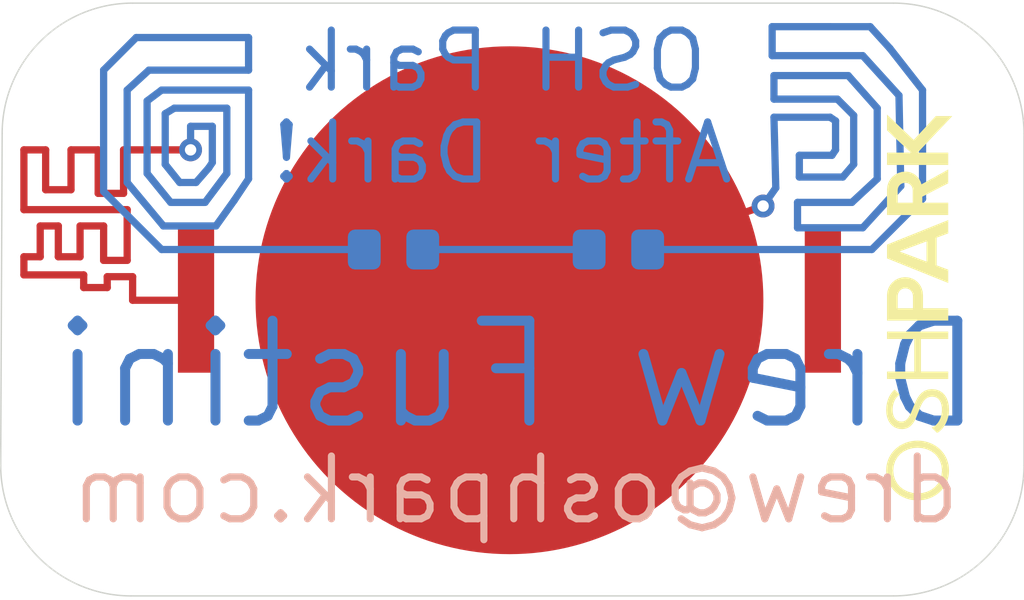
<source format=kicad_pcb>
(kicad_pcb (version 20171130) (host pcbnew 5.1.5-52549c5~84~ubuntu19.04.1)

  (general
    (thickness 1.6)
    (drawings 13)
    (tracks 99)
    (zones 0)
    (modules 5)
    (nets 1)
  )

  (page A4)
  (layers
    (0 F.Cu signal)
    (31 B.Cu signal)
    (32 B.Adhes user)
    (33 F.Adhes user)
    (34 B.Paste user)
    (35 F.Paste user)
    (36 B.SilkS user)
    (37 F.SilkS user)
    (38 B.Mask user)
    (39 F.Mask user)
    (40 Dwgs.User user)
    (41 Cmts.User user)
    (42 Eco1.User user)
    (43 Eco2.User user)
    (44 Edge.Cuts user)
    (45 Margin user)
    (46 B.CrtYd user)
    (47 F.CrtYd user)
    (48 B.Fab user)
    (49 F.Fab user)
  )

  (setup
    (last_trace_width 0.25)
    (trace_clearance 0.2)
    (zone_clearance 0.508)
    (zone_45_only no)
    (trace_min 0.1524)
    (via_size 0.8)
    (via_drill 0.4)
    (via_min_size 0.4)
    (via_min_drill 0.3)
    (uvia_size 0.3)
    (uvia_drill 0.1)
    (uvias_allowed no)
    (uvia_min_size 0.2)
    (uvia_min_drill 0.1)
    (edge_width 0.05)
    (segment_width 0.2)
    (pcb_text_width 0.3)
    (pcb_text_size 1.5 1.5)
    (mod_edge_width 0.12)
    (mod_text_size 1 1)
    (mod_text_width 0.15)
    (pad_size 2.54 2.54)
    (pad_drill 0)
    (pad_to_mask_clearance 0.051)
    (solder_mask_min_width 0.25)
    (aux_axis_origin 0 0)
    (visible_elements FFFFEF7F)
    (pcbplotparams
      (layerselection 0x010fc_ffffffff)
      (usegerberextensions false)
      (usegerberattributes false)
      (usegerberadvancedattributes false)
      (creategerberjobfile false)
      (excludeedgelayer true)
      (linewidth 0.100000)
      (plotframeref false)
      (viasonmask false)
      (mode 1)
      (useauxorigin false)
      (hpglpennumber 1)
      (hpglpenspeed 20)
      (hpglpendiameter 15.000000)
      (psnegative false)
      (psa4output false)
      (plotreference true)
      (plotvalue true)
      (plotinvisibletext false)
      (padsonsilk false)
      (subtractmaskfromsilk false)
      (outputformat 1)
      (mirror false)
      (drillshape 1)
      (scaleselection 1)
      (outputdirectory ""))
  )

  (net 0 "")

  (net_class Default "This is the default net class."
    (clearance 0.2)
    (trace_width 0.25)
    (via_dia 0.8)
    (via_drill 0.4)
    (uvia_dia 0.3)
    (uvia_drill 0.1)
  )

  (module Symbol:OSHW-Logo2_9.8x8mm_Copper (layer F.Cu) (tedit 5E10D230) (tstamp 5E112C5B)
    (at 131.572 79.502)
    (descr "Open Source Hardware Symbol")
    (tags "Logo Symbol OSHW")
    (attr virtual)
    (fp_text reference REF** (at 0 0) (layer F.SilkS) hide
      (effects (font (size 1 1) (thickness 0.15)))
    )
    (fp_text value OSHW-Logo2_9.8x8mm_Copper (at 0.75 0) (layer F.Fab) hide
      (effects (font (size 1 1) (thickness 0.15)))
    )
    (fp_poly (pts (xy 0.139878 -3.712224) (xy 0.245612 -3.711645) (xy 0.322132 -3.710078) (xy 0.374372 -3.707028)
      (xy 0.407263 -3.702004) (xy 0.425737 -3.694511) (xy 0.434727 -3.684056) (xy 0.439163 -3.670147)
      (xy 0.439594 -3.668346) (xy 0.446333 -3.635855) (xy 0.458808 -3.571748) (xy 0.475719 -3.482849)
      (xy 0.495771 -3.375981) (xy 0.517664 -3.257967) (xy 0.518429 -3.253822) (xy 0.540359 -3.138169)
      (xy 0.560877 -3.035986) (xy 0.578659 -2.953402) (xy 0.592381 -2.896544) (xy 0.600718 -2.871542)
      (xy 0.601116 -2.871099) (xy 0.625677 -2.85889) (xy 0.676315 -2.838544) (xy 0.742095 -2.814455)
      (xy 0.742461 -2.814326) (xy 0.825317 -2.783182) (xy 0.923 -2.743509) (xy 1.015077 -2.703619)
      (xy 1.019434 -2.701647) (xy 1.169407 -2.63358) (xy 1.501498 -2.860361) (xy 1.603374 -2.929496)
      (xy 1.695657 -2.991303) (xy 1.773003 -3.042267) (xy 1.830064 -3.078873) (xy 1.861495 -3.097606)
      (xy 1.864479 -3.098996) (xy 1.887321 -3.09281) (xy 1.929982 -3.062965) (xy 1.994128 -3.008053)
      (xy 2.081421 -2.926666) (xy 2.170535 -2.840078) (xy 2.256441 -2.754753) (xy 2.333327 -2.676892)
      (xy 2.396564 -2.611303) (xy 2.441523 -2.562795) (xy 2.463576 -2.536175) (xy 2.464396 -2.534805)
      (xy 2.466834 -2.516537) (xy 2.45765 -2.486705) (xy 2.434574 -2.441279) (xy 2.395337 -2.37623)
      (xy 2.33767 -2.28753) (xy 2.260795 -2.173343) (xy 2.19257 -2.072838) (xy 2.131582 -1.982697)
      (xy 2.081356 -1.908151) (xy 2.045416 -1.854435) (xy 2.027287 -1.826782) (xy 2.026146 -1.824905)
      (xy 2.028359 -1.79841) (xy 2.045138 -1.746914) (xy 2.073142 -1.680149) (xy 2.083122 -1.658828)
      (xy 2.126672 -1.563841) (xy 2.173134 -1.456063) (xy 2.210877 -1.362808) (xy 2.238073 -1.293594)
      (xy 2.259675 -1.240994) (xy 2.272158 -1.213503) (xy 2.273709 -1.211384) (xy 2.296668 -1.207876)
      (xy 2.350786 -1.198262) (xy 2.428868 -1.183911) (xy 2.523719 -1.166193) (xy 2.628143 -1.146475)
      (xy 2.734944 -1.126126) (xy 2.836926 -1.106514) (xy 2.926894 -1.089009) (xy 2.997653 -1.074978)
      (xy 3.042006 -1.065791) (xy 3.052885 -1.063193) (xy 3.064122 -1.056782) (xy 3.072605 -1.042303)
      (xy 3.078714 -1.014867) (xy 3.082832 -0.969589) (xy 3.085341 -0.90158) (xy 3.086621 -0.805953)
      (xy 3.087054 -0.67782) (xy 3.087077 -0.625299) (xy 3.087077 -0.198155) (xy 2.9845 -0.177909)
      (xy 2.927431 -0.16693) (xy 2.842269 -0.150905) (xy 2.739372 -0.131767) (xy 2.629096 -0.111449)
      (xy 2.598615 -0.105868) (xy 2.496855 -0.086083) (xy 2.408205 -0.066627) (xy 2.340108 -0.049303)
      (xy 2.300004 -0.035912) (xy 2.293323 -0.031921) (xy 2.276919 -0.003658) (xy 2.253399 0.051109)
      (xy 2.227316 0.121588) (xy 2.222142 0.136769) (xy 2.187956 0.230896) (xy 2.145523 0.337101)
      (xy 2.103997 0.432473) (xy 2.103792 0.432916) (xy 2.03464 0.582525) (xy 2.489512 1.251617)
      (xy 2.1975 1.544116) (xy 2.10918 1.63117) (xy 2.028625 1.707909) (xy 1.96036 1.770237)
      (xy 1.908908 1.814056) (xy 1.878794 1.83527) (xy 1.874474 1.836616) (xy 1.849111 1.826016)
      (xy 1.797358 1.796547) (xy 1.724868 1.751705) (xy 1.637294 1.694984) (xy 1.542612 1.631462)
      (xy 1.446516 1.566668) (xy 1.360837 1.510287) (xy 1.291016 1.465788) (xy 1.242494 1.436639)
      (xy 1.220782 1.426308) (xy 1.194293 1.43505) (xy 1.144062 1.458087) (xy 1.080451 1.490631)
      (xy 1.073708 1.494249) (xy 0.988046 1.53721) (xy 0.929306 1.558279) (xy 0.892772 1.558503)
      (xy 0.873731 1.538928) (xy 0.87362 1.538654) (xy 0.864102 1.515472) (xy 0.841403 1.460441)
      (xy 0.807282 1.377822) (xy 0.7635 1.271872) (xy 0.711816 1.146852) (xy 0.653992 1.00702)
      (xy 0.597991 0.871637) (xy 0.536447 0.722234) (xy 0.479939 0.583832) (xy 0.430161 0.460673)
      (xy 0.388806 0.357002) (xy 0.357568 0.277059) (xy 0.338141 0.225088) (xy 0.332154 0.205692)
      (xy 0.347168 0.183443) (xy 0.386439 0.147982) (xy 0.438807 0.108887) (xy 0.587941 -0.014755)
      (xy 0.704511 -0.156478) (xy 0.787118 -0.313296) (xy 0.834366 -0.482225) (xy 0.844857 -0.660278)
      (xy 0.837231 -0.742461) (xy 0.795682 -0.912969) (xy 0.724123 -1.063541) (xy 0.626995 -1.192691)
      (xy 0.508734 -1.298936) (xy 0.37378 -1.38079) (xy 0.226571 -1.436768) (xy 0.071544 -1.465385)
      (xy -0.086861 -1.465156) (xy -0.244206 -1.434595) (xy -0.396054 -1.372218) (xy -0.537965 -1.27654)
      (xy -0.597197 -1.222428) (xy -0.710797 -1.08348) (xy -0.789894 -0.931639) (xy -0.835014 -0.771333)
      (xy -0.846684 -0.606988) (xy -0.825431 -0.443029) (xy -0.77178 -0.283882) (xy -0.68626 -0.133975)
      (xy -0.569395 0.002267) (xy -0.438807 0.108887) (xy -0.384412 0.149642) (xy -0.345986 0.184718)
      (xy -0.332154 0.205726) (xy -0.339397 0.228635) (xy -0.359995 0.283365) (xy -0.392254 0.365672)
      (xy -0.434479 0.471315) (xy -0.484977 0.59605) (xy -0.542052 0.735636) (xy -0.598146 0.87167)
      (xy -0.660033 1.021201) (xy -0.717356 1.159767) (xy -0.768356 1.283107) (xy -0.811273 1.386964)
      (xy -0.844347 1.46708) (xy -0.865819 1.519195) (xy -0.873775 1.538654) (xy -0.892571 1.558423)
      (xy -0.928926 1.558365) (xy -0.987521 1.537441) (xy -1.073032 1.494613) (xy -1.073708 1.494249)
      (xy -1.138093 1.461012) (xy -1.190139 1.436802) (xy -1.219488 1.426404) (xy -1.220783 1.426308)
      (xy -1.242876 1.436855) (xy -1.291652 1.466184) (xy -1.361669 1.510827) (xy -1.447486 1.567314)
      (xy -1.542612 1.631462) (xy -1.63946 1.696411) (xy -1.726747 1.752896) (xy -1.798819 1.797421)
      (xy -1.850023 1.82649) (xy -1.874474 1.836616) (xy -1.89699 1.823307) (xy -1.942258 1.786112)
      (xy -2.005756 1.729128) (xy -2.082961 1.656449) (xy -2.169349 1.572171) (xy -2.197601 1.544016)
      (xy -2.489713 1.251416) (xy -2.267369 0.925104) (xy -2.199798 0.824897) (xy -2.140493 0.734963)
      (xy -2.092783 0.66051) (xy -2.059993 0.606751) (xy -2.045452 0.578894) (xy -2.045026 0.576912)
      (xy -2.052692 0.550655) (xy -2.073311 0.497837) (xy -2.103315 0.42731) (xy -2.124375 0.380093)
      (xy -2.163752 0.289694) (xy -2.200835 0.198366) (xy -2.229585 0.1212) (xy -2.237395 0.097692)
      (xy -2.259583 0.034916) (xy -2.281273 -0.013589) (xy -2.293187 -0.031921) (xy -2.319477 -0.043141)
      (xy -2.376858 -0.059046) (xy -2.457882 -0.077833) (xy -2.555105 -0.097701) (xy -2.598615 -0.105868)
      (xy -2.709104 -0.126171) (xy -2.815084 -0.14583) (xy -2.906199 -0.162912) (xy -2.972092 -0.175482)
      (xy -2.9845 -0.177909) (xy -3.087077 -0.198155) (xy -3.087077 -0.625299) (xy -3.086847 -0.765754)
      (xy -3.085901 -0.872021) (xy -3.083859 -0.948987) (xy -3.080338 -1.00154) (xy -3.074957 -1.034567)
      (xy -3.067334 -1.052955) (xy -3.057088 -1.061592) (xy -3.052885 -1.063193) (xy -3.02753 -1.068873)
      (xy -2.971516 -1.080205) (xy -2.892036 -1.095821) (xy -2.796288 -1.114353) (xy -2.691467 -1.134431)
      (xy -2.584768 -1.154688) (xy -2.483387 -1.173754) (xy -2.394521 -1.190261) (xy -2.325363 -1.202841)
      (xy -2.283111 -1.210125) (xy -2.27371 -1.211384) (xy -2.265193 -1.228237) (xy -2.24634 -1.27313)
      (xy -2.220676 -1.33757) (xy -2.210877 -1.362808) (xy -2.171352 -1.460314) (xy -2.124808 -1.568041)
      (xy -2.083123 -1.658828) (xy -2.05245 -1.728247) (xy -2.032044 -1.78529) (xy -2.025232 -1.820223)
      (xy -2.026318 -1.824905) (xy -2.040715 -1.847009) (xy -2.073588 -1.896169) (xy -2.12141 -1.967152)
      (xy -2.180652 -2.054722) (xy -2.247785 -2.153643) (xy -2.261059 -2.17317) (xy -2.338954 -2.28886)
      (xy -2.396213 -2.376956) (xy -2.435119 -2.441514) (xy -2.457956 -2.486589) (xy -2.467006 -2.516237)
      (xy -2.464552 -2.534515) (xy -2.464489 -2.534631) (xy -2.445173 -2.558639) (xy -2.402449 -2.605053)
      (xy -2.340949 -2.669063) (xy -2.265302 -2.745855) (xy -2.180139 -2.830618) (xy -2.170535 -2.840078)
      (xy -2.06321 -2.944011) (xy -1.980385 -3.020325) (xy -1.920395 -3.070429) (xy -1.881577 -3.09573)
      (xy -1.86448 -3.098996) (xy -1.839527 -3.08475) (xy -1.787745 -3.051844) (xy -1.71448 -3.003792)
      (xy -1.62508 -2.94411) (xy -1.524889 -2.876312) (xy -1.501499 -2.860361) (xy -1.169407 -2.63358)
      (xy -1.019435 -2.701647) (xy -0.92823 -2.741315) (xy -0.830331 -2.781209) (xy -0.746169 -2.813017)
      (xy -0.742462 -2.814326) (xy -0.676631 -2.838424) (xy -0.625884 -2.8588) (xy -0.601158 -2.871064)
      (xy -0.601116 -2.871099) (xy -0.593271 -2.893266) (xy -0.579934 -2.947783) (xy -0.56243 -3.02852)
      (xy -0.542083 -3.12935) (xy -0.520218 -3.244144) (xy -0.518429 -3.253822) (xy -0.496496 -3.372096)
      (xy -0.47636 -3.479458) (xy -0.45932 -3.569083) (xy -0.446672 -3.634149) (xy -0.439716 -3.667832)
      (xy -0.439594 -3.668346) (xy -0.435361 -3.682675) (xy -0.427129 -3.693493) (xy -0.409967 -3.701294)
      (xy -0.378942 -3.706571) (xy -0.329122 -3.709818) (xy -0.255576 -3.711528) (xy -0.153371 -3.712193)
      (xy -0.017575 -3.712307) (xy 0 -3.712308) (xy 0.139878 -3.712224)) (layer F.Mask) (width 0.01))
  )

  (module afterdark:OSH_small_silk_no_logo (layer F.Cu) (tedit 5E10D07D) (tstamp 5E1142F3)
    (at 151.638 72.39 90)
    (descr "Imported from OSHPARK.svg")
    (tags svg2mod)
    (attr smd)
    (fp_text reference OSH_small (at 0 -11.457835 90) (layer F.Cu) hide
      (effects (font (size 1.524 1.524) (thickness 0.3048)))
    )
    (fp_text value G*** (at 0 11.457835 90) (layer F.Cu) hide
      (effects (font (size 1.524 1.524) (thickness 0.3048)))
    )
    (fp_poly (pts (xy 6.76111 6.120635) (xy 6.20884 6.120635) (xy 5.42765 6.959055) (xy 5.42765 6.120635)
      (xy 4.99557 6.120635) (xy 4.99557 8.266755) (xy 5.42765 8.266755) (xy 5.42765 7.193695)
      (xy 6.7096 8.409835) (xy 6.7096 7.831805) (xy 5.87118 7.056345) (xy 6.76111 6.120635)) (layer F.SilkS) (width 0))
    (fp_poly (pts (xy 4.31659 7.328185) (xy 4.11009 7.022185) (xy 3.67228 7.022185) (xy 3.67228 6.495675)
      (xy 4.11009 6.495675) (xy 4.16319 6.500675) (xy 4.21239 6.515675) (xy 4.25669 6.539575)
      (xy 4.29509 6.571375) (xy 4.32669 6.610075) (xy 4.35039 6.654875) (xy 4.36539 6.704775)
      (xy 4.37039 6.758775) (xy 4.36539 6.812775) (xy 4.35069 6.862675) (xy 4.32729 6.907475)
      (xy 4.29609 6.946175) (xy 4.25789 6.977975) (xy 4.21359 7.001875) (xy 4.16399 7.016875)
      (xy 4.11009 7.021875) (xy 4.11009 7.022185) (xy 4.31659 7.328185) (xy 4.41049 7.296585)
      (xy 4.49619 7.251785) (xy 4.57229 7.194785) (xy 4.63749 7.126585) (xy 4.69049 7.048185)
      (xy 4.72989 6.960585) (xy 4.75449 6.864785) (xy 4.76249 6.761805) (xy 4.74979 6.631575)
      (xy 4.71319 6.510755) (xy 4.65509 6.401815) (xy 4.57799 6.307215) (xy 4.48419 6.229415)
      (xy 4.37621 6.170715) (xy 4.25643 6.133715) (xy 4.12726 6.120815) (xy 3.2402 6.120815)
      (xy 3.2402 8.266935) (xy 3.67228 8.266935) (xy 3.67228 7.356985) (xy 3.88403 7.356985)
      (xy 4.35332 8.266935) (xy 4.83691 8.266935) (xy 4.31612 7.328365) (xy 4.31659 7.328185)) (layer F.SilkS) (width 0))
    (fp_poly (pts (xy 2.59844 8.266755) (xy 1.96319 6.558445) (xy 2.31515 7.505595) (xy 1.60836 7.505595)
      (xy 1.96319 6.558445) (xy 2.59844 8.266755) (xy 3.06487 8.266755) (xy 2.20355 6.120635)
      (xy 1.71996 6.120635) (xy 0.85865 8.266755) (xy 1.32508 8.266755) (xy 1.47674 7.860425)
      (xy 2.44678 7.860425) (xy 2.59844 8.266755)) (layer F.SilkS) (width 0))
    (fp_poly (pts (xy 0.42791 6.120635) (xy -0.02711 6.495535) (xy 0.38781 6.495535) (xy 0.44521 6.500535)
      (xy 0.49851 6.515035) (xy 0.54661 6.538335) (xy 0.58851 6.569635) (xy 0.62301 6.608335)
      (xy 0.64901 6.653735) (xy 0.66541 6.705135) (xy 0.67141 6.761735) (xy 0.66541 6.820135)
      (xy 0.64901 6.872535) (xy 0.62301 6.918535) (xy 0.58851 6.957435) (xy 0.54661 6.988635)
      (xy 0.49851 7.011635) (xy 0.44521 7.025835) (xy 0.38781 7.030835) (xy 0.38781 7.030635)
      (xy -0.02711 7.030635) (xy -0.02711 6.495535) (xy 0.42791 6.120635) (xy -0.45915 6.120635)
      (xy -0.45915 8.266755) (xy -0.02707 8.266755) (xy -0.02707 7.382555) (xy 0.42791 7.382555)
      (xy 0.5579 7.370355) (xy 0.67807 7.335055) (xy 0.78609 7.278855) (xy 0.87969 7.203855)
      (xy 0.95649 7.112155) (xy 1.01419 7.006005) (xy 1.05049 6.887525) (xy 1.06309 6.758845)
      (xy 1.05049 6.630375) (xy 1.01419 6.510655) (xy 0.95649 6.402275) (xy 0.87969 6.307775)
      (xy 0.78609 6.229775) (xy 0.67807 6.170875) (xy 0.5579 6.133675) (xy 0.42791 6.120675)
      (xy 0.42791 6.120635)) (layer F.SilkS) (width 0))
    (fp_poly (pts (xy -1.10433 6.120635) (xy -1.10433 7.076375) (xy -2.24607 7.076375) (xy -2.24607 6.120635)
      (xy -2.50646 6.120635) (xy -2.50646 8.266755) (xy -2.24607 8.266755) (xy -2.24607 7.311015)
      (xy -1.10433 7.311015) (xy -1.10433 8.266755) (xy -0.84394 8.266755) (xy -0.84394 6.120635)
      (xy -1.10433 6.120635)) (layer F.SilkS) (width 0))
    (fp_poly (pts (xy -3.5907 8.295375) (xy -3.44187 8.286375) (xy -3.30406 8.258975) (xy -3.18001 8.212975)
      (xy -3.07241 8.147975) (xy -2.98401 8.063675) (xy -2.91751 7.959725) (xy -2.87561 7.835805)
      (xy -2.86101 7.691555) (xy -2.87691 7.552235) (xy -2.92141 7.434915) (xy -2.98981 7.336615)
      (xy -3.07751 7.254415) (xy -3.17982 7.185415) (xy -3.29208 7.126615) (xy -3.52784 7.027715)
      (xy -3.70664 6.955515) (xy -3.85727 6.872815) (xy -3.91627 6.823915) (xy -3.96127 6.768115)
      (xy -3.98997 6.703915) (xy -4.00007 6.629915) (xy -3.99207 6.554915) (xy -3.96807 6.490615)
      (xy -3.93017 6.436915) (xy -3.88027 6.393515) (xy -3.82017 6.360115) (xy -3.75177 6.336615)
      (xy -3.67677 6.322615) (xy -3.59697 6.317615) (xy -3.50107 6.322615) (xy -3.41297 6.336315)
      (xy -3.33277 6.358215) (xy -3.26037 6.387715) (xy -3.19597 6.424015) (xy -3.13947 6.466415)
      (xy -3.05047 6.566885) (xy -2.87592 6.389475) (xy -2.93462 6.327375) (xy -3.00322 6.270575)
      (xy -3.08132 6.219875) (xy -3.16862 6.176275) (xy -3.26472 6.140775) (xy -3.36936 6.114275)
      (xy -3.48217 6.097675) (xy -3.60284 6.091675) (xy -3.73476 6.100675) (xy -3.85823 6.127675)
      (xy -3.97043 6.172275) (xy -4.06853 6.234275) (xy -4.14973 6.313275) (xy -4.21123 6.408975)
      (xy -4.25023 6.521165) (xy -4.26383 6.649475) (xy -4.24983 6.769025) (xy -4.21043 6.869725)
      (xy -4.14943 6.954225) (xy -4.07063 7.025125) (xy -3.97793 7.085025) (xy -3.87509 7.136525)
      (xy -3.6543 7.224725) (xy -3.4565 7.304325) (xy -3.3666 7.348925) (xy -3.2866 7.399625)
      (xy -3.2195 7.458525) (xy -3.1682 7.527725) (xy -3.1357 7.609325) (xy -3.1249 7.705425)
      (xy -3.1349 7.789025) (xy -3.1618 7.860025) (xy -3.2038 7.918825) (xy -3.2593 7.965825)
      (xy -3.3266 8.001625) (xy -3.404 8.026625) (xy -3.4899 8.041225) (xy -3.5826 8.046225)
      (xy -3.69075 8.039225) (xy -3.79323 8.020125) (xy -3.88863 7.989225) (xy -3.97563 7.947425)
      (xy -4.05283 7.895625) (xy -4.11893 7.834625) (xy -4.17243 7.765125) (xy -4.21203 7.688125)
      (xy -4.40088 7.879845) (xy -4.33778 7.967545) (xy -4.26108 8.047345) (xy -4.17208 8.118045)
      (xy -4.07218 8.178545) (xy -3.96276 8.227645) (xy -3.84518 8.264145) (xy -3.72084 8.286945)
      (xy -3.59109 8.294945) (xy -3.5907 8.295375)) (layer F.SilkS) (width 0))
    (fp_poly (pts (xy -5.71389 8.295375) (xy -5.71389 8.046425) (xy -5.88469 8.029425) (xy -6.03947 7.980425)
      (xy -6.17614 7.902625) (xy -6.29262 7.799265) (xy -6.38682 7.673515) (xy -6.45672 7.528545)
      (xy -6.50022 7.367545) (xy -6.51512 7.193705) (xy -6.50022 7.019865) (xy -6.45672 6.858865)
      (xy -6.38682 6.713895) (xy -6.29262 6.588145) (xy -6.17614 6.484785) (xy -6.03947 6.406985)
      (xy -5.88469 6.357985) (xy -5.71389 6.340985) (xy -5.54238 6.357985) (xy -5.38754 6.406985)
      (xy -5.25128 6.484785) (xy -5.13551 6.588145) (xy -5.04211 6.713895) (xy -4.97301 6.858865)
      (xy -4.93021 7.019865) (xy -4.91551 7.193705) (xy -4.93021 7.367545) (xy -4.97301 7.528545)
      (xy -5.04211 7.673515) (xy -5.13551 7.799265) (xy -5.25128 7.902625) (xy -5.38754 7.980425)
      (xy -5.54238 8.029425) (xy -5.71389 8.046425) (xy -5.71389 8.295375) (xy -5.60215 8.289375)
      (xy -5.49471 8.272675) (xy -5.39197 8.245575) (xy -5.29437 8.208575) (xy -5.20217 8.162275)
      (xy -5.11587 8.107175) (xy -5.03597 8.043775) (xy -4.96277 7.972775) (xy -4.89667 7.894575)
      (xy -4.83807 7.809775) (xy -4.78737 7.718975) (xy -4.74497 7.622675) (xy -4.71127 7.521405)
      (xy -4.68667 7.415745) (xy -4.67167 7.306225) (xy -4.66667 7.193415) (xy -4.67167 7.080595)
      (xy -4.68667 6.971085) (xy -4.71127 6.865415) (xy -4.74497 6.764145) (xy -4.78737 6.667845)
      (xy -4.83807 6.577045) (xy -4.89667 6.492245) (xy -4.96277 6.414045) (xy -5.03597 6.342945)
      (xy -5.11587 6.279545) (xy -5.20217 6.224445) (xy -5.29437 6.178145) (xy -5.39197 6.141145)
      (xy -5.49471 6.114045) (xy -5.60215 6.097345) (xy -5.71389 6.091345) (xy -5.82609 6.097345)
      (xy -5.93388 6.114045) (xy -6.03687 6.141145) (xy -6.13467 6.178145) (xy -6.22687 6.224445)
      (xy -6.31307 6.279545) (xy -6.39297 6.342945) (xy -6.46607 6.414045) (xy -6.53207 6.492245)
      (xy -6.59047 6.577045) (xy -6.64097 6.667845) (xy -6.68317 6.764145) (xy -6.71667 6.865415)
      (xy -6.74107 6.971085) (xy -6.75597 7.080595) (xy -6.76097 7.193415) (xy -6.75597 7.306225)
      (xy -6.74107 7.415745) (xy -6.71667 7.521405) (xy -6.68317 7.622675) (xy -6.64097 7.718975)
      (xy -6.59047 7.809775) (xy -6.53207 7.894575) (xy -6.46607 7.972775) (xy -6.39297 8.043775)
      (xy -6.31307 8.107175) (xy -6.22687 8.162275) (xy -6.13467 8.208575) (xy -6.03687 8.245575)
      (xy -5.93388 8.272675) (xy -5.82609 8.289375) (xy -5.71389 8.295375)) (layer F.SilkS) (width 0))
  )

  (module afterdark:BatteryHolder_Keystone_3034_1x20mm (layer F.Cu) (tedit 5E10CFED) (tstamp 5E1140B9)
    (at 144.526 72.136)
    (descr "Keystone 3034 SMD battery holder for 2020, 2025 and 2032 coincell batteries. http://www.keyelco.com/product-pdf.cfm?p=798")
    (tags "Keystone type 3034 coin cell retainer")
    (attr smd)
    (fp_text reference REF** (at 0 -11.5) (layer F.SilkS) hide
      (effects (font (size 1 1) (thickness 0.15)))
    )
    (fp_text value BatteryHolder_Keystone_3034_1x20mm (at 0 11.5) (layer F.Fab) hide
      (effects (font (size 1 1) (thickness 0.15)))
    )
    (fp_text user %R (at 0 -2.9) (layer F.Fab) hide
      (effects (font (size 1 1) (thickness 0.15)))
    )
    (fp_circle (center 0 0) (end 0 10.25) (layer Dwgs.User) (width 0.15))
    (fp_line (start -9.19 7.53) (end -10.63 3.6) (layer F.Fab) (width 0.1))
    (fp_line (start -10.63 3.6) (end -10.63 -5.4) (layer F.Fab) (width 0.1))
    (fp_line (start -10.63 -5.4) (end -8.64 -7.39) (layer F.Fab) (width 0.1))
    (fp_line (start -8.64 -7.39) (end 8.64 -7.39) (layer F.Fab) (width 0.1))
    (fp_line (start 8.64 -7.39) (end 10.63 -5.4) (layer F.Fab) (width 0.1))
    (fp_line (start 10.63 -5.4) (end 10.63 3.6) (layer F.Fab) (width 0.1))
    (fp_line (start 10.63 3.6) (end 9.19 7.53) (layer F.Fab) (width 0.1))
    (fp_arc (start 7.31 6.85) (end 6.1 8.43) (angle -107.5) (layer F.Fab) (width 0.1))
    (fp_arc (start 0 16.36) (end 6.1 8.43) (angle -75.1) (layer F.Fab) (width 0.1))
    (fp_arc (start -7.31 6.85) (end -9.19 7.53) (angle -107.5) (layer F.Fab) (width 0.1))
    (fp_line (start 11.87 -2.79) (end 10.88 -2.79) (layer F.CrtYd) (width 0.05))
    (fp_line (start 10.88 -2.79) (end 10.88 -5.5) (layer F.CrtYd) (width 0.05))
    (fp_line (start 10.88 -5.5) (end 8.74 -7.64) (layer F.CrtYd) (width 0.05))
    (fp_line (start 8.74 -7.64) (end 7.2 -7.64) (layer F.CrtYd) (width 0.05))
    (fp_arc (start 0 0) (end 7.2 -7.64) (angle -86.6) (layer F.CrtYd) (width 0.05))
    (fp_line (start -7.2 -7.64) (end -8.74 -7.64) (layer F.CrtYd) (width 0.05))
    (fp_line (start -8.74 -7.64) (end -10.88 -5.5) (layer F.CrtYd) (width 0.05))
    (fp_line (start -10.88 -5.5) (end -10.88 -2.79) (layer F.CrtYd) (width 0.05))
    (fp_line (start -10.88 -2.79) (end -11.87 -2.79) (layer F.CrtYd) (width 0.05))
    (fp_line (start -11.87 -2.79) (end -11.87 2.79) (layer F.CrtYd) (width 0.05))
    (fp_line (start -11.87 2.79) (end -10.88 2.79) (layer F.CrtYd) (width 0.05))
    (fp_line (start -10.88 2.79) (end -10.88 3.64) (layer F.CrtYd) (width 0.05))
    (fp_line (start -10.88 3.64) (end -9.44 7.62) (layer F.CrtYd) (width 0.05))
    (fp_arc (start -7.31 6.85) (end -9.43 7.62) (angle -106.9) (layer F.CrtYd) (width 0.05))
    (fp_arc (start 0 0) (end -5.96 8.64) (angle -69.1) (layer F.CrtYd) (width 0.05))
    (fp_arc (start 7.31 6.85) (end 5.96 8.64) (angle -106.9) (layer F.CrtYd) (width 0.05))
    (fp_line (start 9.43 7.63) (end 10.88 3.64) (layer F.CrtYd) (width 0.05))
    (fp_line (start 10.88 3.64) (end 10.88 2.79) (layer F.CrtYd) (width 0.05))
    (fp_line (start 10.88 2.79) (end 11.87 2.79) (layer F.CrtYd) (width 0.05))
    (fp_line (start 11.87 2.79) (end 11.87 -2.79) (layer F.CrtYd) (width 0.05))
    (pad 2 smd circle (at 0 0) (size 17.8 17.8) (layers F.Cu F.Mask))
    (pad 1 smd rect (at 10.985 0) (size 1.27 5.08) (layers F.Cu F.Paste F.Mask))
    (pad 1 smd rect (at -10.985 0) (size 1.27 5.08) (layers F.Cu F.Paste F.Mask))
    (model ${KISYS3DMOD}/Battery.3dshapes/BatteryHolder_Keystone_3034_1x20mm.wrl
      (at (xyz 0 0 0))
      (scale (xyz 1 1 1))
      (rotate (xyz 0 0 0))
    )
  )

  (module Capacitor_SMD:C_0805_2012Metric_Pad1.15x1.40mm_HandSolder (layer B.Cu) (tedit 5DE80171) (tstamp 5DE89C17)
    (at 140.462 70.358)
    (descr "Capacitor SMD 0805 (2012 Metric), square (rectangular) end terminal, IPC_7351 nominal with elongated pad for handsoldering. (Body size source: https://docs.google.com/spreadsheets/d/1BsfQQcO9C6DZCsRaXUlFlo91Tg2WpOkGARC1WS5S8t0/edit?usp=sharing), generated with kicad-footprint-generator")
    (tags "capacitor handsolder")
    (attr smd)
    (fp_text reference REF** (at 0 1.65) (layer B.SilkS) hide
      (effects (font (size 1 1) (thickness 0.15)) (justify mirror))
    )
    (fp_text value C_0805_2012Metric_Pad1.15x1.40mm_HandSolder (at 0 -1.65) (layer B.Fab) hide
      (effects (font (size 1 1) (thickness 0.15)) (justify mirror))
    )
    (fp_text user %R (at 0.2667 0.1397) (layer B.Fab) hide
      (effects (font (size 0.5 0.5) (thickness 0.08)) (justify mirror))
    )
    (fp_line (start 1.85 -0.95) (end -1.85 -0.95) (layer B.CrtYd) (width 0.05))
    (fp_line (start 1.85 0.95) (end 1.85 -0.95) (layer B.CrtYd) (width 0.05))
    (fp_line (start -1.85 0.95) (end 1.85 0.95) (layer B.CrtYd) (width 0.05))
    (fp_line (start -1.85 -0.95) (end -1.85 0.95) (layer B.CrtYd) (width 0.05))
    (fp_line (start 1 -0.6) (end -1 -0.6) (layer B.Fab) (width 0.1))
    (fp_line (start 1 0.6) (end 1 -0.6) (layer B.Fab) (width 0.1))
    (fp_line (start -1 0.6) (end 1 0.6) (layer B.Fab) (width 0.1))
    (fp_line (start -1 -0.6) (end -1 0.6) (layer B.Fab) (width 0.1))
    (pad 2 smd roundrect (at 1.025 0) (size 1.15 1.4) (layers B.Cu B.Paste B.Mask) (roundrect_rratio 0.217391))
    (pad 1 smd roundrect (at -1.025 0) (size 1.15 1.4) (layers B.Cu B.Paste B.Mask) (roundrect_rratio 0.217391))
    (model ${KISYS3DMOD}/Capacitor_SMD.3dshapes/C_0805_2012Metric.wrl
      (at (xyz 0 0 0))
      (scale (xyz 1 1 1))
      (rotate (xyz 0 0 0))
    )
  )

  (module LED_SMD:LED_0805_2012Metric_Pad1.15x1.40mm_HandSolder (layer B.Cu) (tedit 5DE8015F) (tstamp 5DE8C68C)
    (at 148.345 70.358 180)
    (descr "LED SMD 0805 (2012 Metric), square (rectangular) end terminal, IPC_7351 nominal, (Body size source: https://docs.google.com/spreadsheets/d/1BsfQQcO9C6DZCsRaXUlFlo91Tg2WpOkGARC1WS5S8t0/edit?usp=sharing), generated with kicad-footprint-generator")
    (tags "LED handsolder")
    (attr smd)
    (fp_text reference REF** (at 0 1.65 180) (layer B.SilkS) hide
      (effects (font (size 1 1) (thickness 0.15)) (justify mirror))
    )
    (fp_text value LED_0805_2012Metric_Pad1.15x1.40mm_HandSolder (at 0 -1.65 180) (layer B.Fab) hide
      (effects (font (size 1 1) (thickness 0.15)) (justify mirror))
    )
    (fp_text user %R (at 0 0 180) (layer B.Fab) hide
      (effects (font (size 0.5 0.5) (thickness 0.08)) (justify mirror))
    )
    (fp_line (start 1.85 -0.95) (end -1.85 -0.95) (layer B.CrtYd) (width 0.05))
    (fp_line (start 1.85 0.95) (end 1.85 -0.95) (layer B.CrtYd) (width 0.05))
    (fp_line (start -1.85 0.95) (end 1.85 0.95) (layer B.CrtYd) (width 0.05))
    (fp_line (start -1.85 -0.95) (end -1.85 0.95) (layer B.CrtYd) (width 0.05))
    (fp_line (start 1 -0.6) (end 1 0.6) (layer B.Fab) (width 0.1))
    (fp_line (start -1 -0.6) (end 1 -0.6) (layer B.Fab) (width 0.1))
    (fp_line (start -1 0.3) (end -1 -0.6) (layer B.Fab) (width 0.1))
    (fp_line (start -0.7 0.6) (end -1 0.3) (layer B.Fab) (width 0.1))
    (fp_line (start 1 0.6) (end -0.7 0.6) (layer B.Fab) (width 0.1))
    (pad 2 smd roundrect (at 1.025 0 180) (size 1.15 1.4) (layers B.Cu B.Paste B.Mask) (roundrect_rratio 0.217391))
    (pad 1 smd roundrect (at -1.025 0 180) (size 1.15 1.4) (layers B.Cu B.Paste B.Mask) (roundrect_rratio 0.217391))
    (model ${KISYS3DMOD}/LED_SMD.3dshapes/LED_0805_2012Metric.wrl
      (at (xyz 0 0 0))
      (scale (xyz 1 1 1))
      (rotate (xyz 0 0 0))
    )
  )

  (gr_text "Drew Fustini" (at 144.8054 74.7522) (layer B.Mask) (tstamp 5DE7288D)
    (effects (font (size 3.5 3.5) (thickness 0.35)) (justify mirror))
  )
  (gr_text drew@oshpark.com (at 144.7292 78.7908) (layer B.SilkS) (tstamp 5D57279B)
    (effects (font (size 2.2 2.2) (thickness 0.25)) (justify mirror))
  )
  (gr_text "Drew Fustini" (at 144.8054 74.7522) (layer B.Paste) (tstamp 5D570DC8)
    (effects (font (size 3.5 3.5) (thickness 0.35)) (justify mirror))
  )
  (gr_text "Drew Fustini" (at 144.8054 74.7522) (layer B.Cu) (tstamp 5D3E808C)
    (effects (font (size 3.5 3.5) (thickness 0.35)) (justify mirror))
  )
  (gr_text "OSH Park\nAfter Dark!" (at 144.28216 65.36436) (layer B.Cu) (tstamp 5E112AF9)
    (effects (font (size 2 2) (thickness 0.25)) (justify mirror))
  )
  (gr_line (start 126.746 66.294) (end 126.6952 77.9272) (layer Edge.Cuts) (width 0.05) (tstamp 5CD3EA20))
  (gr_line (start 157.988 82.4992) (end 131.2672 82.4992) (layer Edge.Cuts) (width 0.05) (tstamp 5CD3EA01))
  (gr_line (start 162.56 66.294) (end 162.56 77.9272) (layer Edge.Cuts) (width 0.05) (tstamp 5CD3E9C1))
  (gr_line (start 131.318 61.722) (end 157.988 61.722) (layer Edge.Cuts) (width 0.05) (tstamp 5CD3E9A9))
  (gr_arc (start 157.988 77.9272) (end 157.988 82.4992) (angle -90) (layer Edge.Cuts) (width 0.05) (tstamp 5CD3E94D))
  (gr_arc (start 131.2672 77.9272) (end 126.6952 77.9272) (angle -90) (layer Edge.Cuts) (width 0.05) (tstamp 5CD3E932))
  (gr_arc (start 131.318 66.294) (end 131.318 61.722) (angle -90) (layer Edge.Cuts) (width 0.05) (tstamp 5CD3E8FE))
  (gr_arc (start 157.988 66.294) (end 162.56 66.294) (angle -90) (layer Edge.Cuts) (width 0.05))

  (segment (start 142.062 70.358) (end 147.32 70.358) (width 0.254) (layer B.Cu) (net 0))
  (segment (start 141.487 70.358) (end 142.062 70.358) (width 0.254) (layer B.Cu) (net 0))
  (segment (start 159.004 68.58) (end 159.004 64.77) (width 0.254) (layer B.Cu) (net 0))
  (segment (start 157.226 70.358) (end 159.004 68.58) (width 0.254) (layer B.Cu) (net 0))
  (segment (start 149.37 70.358) (end 157.226 70.358) (width 0.254) (layer B.Cu) (net 0))
  (segment (start 159.004 64.77) (end 157.861 63.3095) (width 0.254) (layer B.Cu) (net 0))
  (segment (start 157.861 63.3095) (end 157.168978 62.547943) (width 0.254) (layer B.Cu) (net 0))
  (segment (start 157.168978 62.547943) (end 153.7335 62.5475) (width 0.254) (layer B.Cu) (net 0))
  (segment (start 153.7335 62.5475) (end 153.7335 63.5635) (width 0.254) (layer B.Cu) (net 0))
  (segment (start 153.7335 63.5635) (end 156.9085 63.5635) (width 0.254) (layer B.Cu) (net 0))
  (segment (start 156.9085 63.5635) (end 158.1785 64.9605) (width 0.254) (layer B.Cu) (net 0))
  (segment (start 158.1785 64.9605) (end 158.242 68.1355) (width 0.254) (layer B.Cu) (net 0))
  (segment (start 158.242 68.1355) (end 156.9085 69.596) (width 0.254) (layer B.Cu) (net 0))
  (segment (start 156.9085 69.596) (end 154.6225 69.596) (width 0.254) (layer B.Cu) (net 0))
  (segment (start 154.6225 69.596) (end 154.6225 68.707) (width 0.254) (layer B.Cu) (net 0))
  (segment (start 154.6225 68.707) (end 156.5275 68.707) (width 0.254) (layer B.Cu) (net 0))
  (segment (start 156.5275 68.707) (end 157.4165 67.8815) (width 0.254) (layer B.Cu) (net 0))
  (segment (start 157.4165 67.8815) (end 157.4165 65.405) (width 0.254) (layer B.Cu) (net 0))
  (segment (start 157.4165 65.405) (end 156.4005 64.262) (width 0.254) (layer B.Cu) (net 0))
  (segment (start 156.4005 64.262) (end 153.797 64.262) (width 0.254) (layer B.Cu) (net 0))
  (segment (start 153.797 64.262) (end 153.797 65.0875) (width 0.254) (layer B.Cu) (net 0))
  (segment (start 153.797 65.0875) (end 156.0195 65.0875) (width 0.254) (layer B.Cu) (net 0))
  (segment (start 156.0195 65.0875) (end 156.591 65.659) (width 0.254) (layer B.Cu) (net 0))
  (segment (start 156.591 65.659) (end 156.591 67.3735) (width 0.254) (layer B.Cu) (net 0))
  (segment (start 156.591 67.3735) (end 156.21 67.818) (width 0.254) (layer B.Cu) (net 0))
  (segment (start 156.21 67.818) (end 154.686 67.818) (width 0.254) (layer B.Cu) (net 0))
  (segment (start 154.686 67.818) (end 154.686 67.056) (width 0.254) (layer B.Cu) (net 0))
  (segment (start 154.686 67.056) (end 155.829 67.056) (width 0.254) (layer B.Cu) (net 0))
  (segment (start 155.829 67.056) (end 155.956 66.8655) (width 0.254) (layer B.Cu) (net 0))
  (segment (start 155.956 66.8655) (end 155.956 65.8495) (width 0.254) (layer B.Cu) (net 0))
  (segment (start 155.956 65.8495) (end 155.7655 65.7225) (width 0.254) (layer B.Cu) (net 0))
  (segment (start 155.7655 65.7225) (end 153.797 65.7225) (width 0.254) (layer B.Cu) (net 0))
  (segment (start 153.797 65.7225) (end 153.8605 68.199) (width 0.254) (layer B.Cu) (net 0))
  (segment (start 153.8605 68.199) (end 153.416 68.834) (width 0.254) (layer B.Cu) (net 0))
  (segment (start 153.416 68.834) (end 153.416 68.834) (width 0.254) (layer B.Cu) (net 0) (tstamp 5E113697))
  (via (at 153.416 68.834) (size 0.8) (drill 0.4) (layers F.Cu B.Cu) (net 0))
  (segment (start 153.416 68.834) (end 144.018 72.136) (width 0.254) (layer F.Cu) (net 0))
  (segment (start 131.318 71.3105) (end 131.318 72.136) (width 0.254) (layer F.Cu) (net 0))
  (segment (start 130.429 71.3105) (end 131.318 71.3105) (width 0.254) (layer F.Cu) (net 0))
  (segment (start 130.429 71.6915) (end 130.429 71.3105) (width 0.254) (layer F.Cu) (net 0))
  (segment (start 127.508 66.8655) (end 127.508 68.961) (width 0.254) (layer F.Cu) (net 0))
  (segment (start 128.27 66.8655) (end 127.508 66.8655) (width 0.254) (layer F.Cu) (net 0))
  (segment (start 128.7145 70.612) (end 128.7145 69.5325) (width 0.254) (layer F.Cu) (net 0))
  (segment (start 127.508 68.961) (end 131.1275 68.961) (width 0.254) (layer F.Cu) (net 0))
  (segment (start 129.6035 71.6915) (end 130.429 71.6915) (width 0.254) (layer F.Cu) (net 0))
  (segment (start 131.1275 70.739) (end 130.302 70.739) (width 0.254) (layer F.Cu) (net 0))
  (segment (start 128.27 68.2625) (end 128.27 66.8655) (width 0.254) (layer F.Cu) (net 0))
  (segment (start 129.159 68.2625) (end 128.27 68.2625) (width 0.254) (layer F.Cu) (net 0))
  (segment (start 129.159 66.8655) (end 129.159 68.2625) (width 0.254) (layer F.Cu) (net 0))
  (segment (start 131.0005 66.8655) (end 131.0005 68.3895) (width 0.254) (layer F.Cu) (net 0))
  (segment (start 128.7145 69.5325) (end 128.0795 69.5325) (width 0.254) (layer F.Cu) (net 0))
  (segment (start 128.0795 69.5325) (end 128.0795 70.612) (width 0.254) (layer F.Cu) (net 0))
  (segment (start 131.0005 68.3895) (end 130.1115 68.3895) (width 0.254) (layer F.Cu) (net 0))
  (segment (start 130.302 70.739) (end 130.302 69.5325) (width 0.254) (layer F.Cu) (net 0))
  (segment (start 129.6035 71.247) (end 129.6035 71.6915) (width 0.254) (layer F.Cu) (net 0))
  (segment (start 130.302 69.5325) (end 129.4765 69.5325) (width 0.254) (layer F.Cu) (net 0))
  (segment (start 127.508 70.612) (end 127.508 71.247) (width 0.254) (layer F.Cu) (net 0))
  (segment (start 131.1275 68.961) (end 131.1275 70.739) (width 0.254) (layer F.Cu) (net 0))
  (segment (start 129.4765 69.5325) (end 129.4765 70.612) (width 0.254) (layer F.Cu) (net 0))
  (segment (start 130.1115 66.8655) (end 129.159 66.8655) (width 0.254) (layer F.Cu) (net 0))
  (segment (start 129.4765 70.612) (end 128.7145 70.612) (width 0.254) (layer F.Cu) (net 0))
  (segment (start 130.1115 68.3895) (end 130.1115 66.8655) (width 0.254) (layer F.Cu) (net 0))
  (segment (start 127.508 71.247) (end 129.6035 71.247) (width 0.254) (layer F.Cu) (net 0))
  (segment (start 131.318 72.136) (end 133.033 72.136) (width 0.254) (layer F.Cu) (net 0))
  (segment (start 128.0795 70.612) (end 127.508 70.612) (width 0.254) (layer F.Cu) (net 0))
  (segment (start 133.35 66.8655) (end 131.0005 66.8655) (width 0.254) (layer F.Cu) (net 0))
  (segment (start 133.35 66.8655) (end 133.35 66.8655) (width 0.254) (layer B.Cu) (net 0) (tstamp 5E112B43))
  (via (at 133.35 66.8655) (size 0.8) (drill 0.4) (layers F.Cu B.Cu) (net 0))
  (segment (start 132.334 70.358) (end 139.437 70.358) (width 0.254) (layer B.Cu) (net 0))
  (segment (start 130.302 68.326) (end 132.334 70.358) (width 0.254) (layer B.Cu) (net 0))
  (segment (start 130.302 64.0715) (end 130.302 68.326) (width 0.254) (layer B.Cu) (net 0))
  (segment (start 131.445 62.9285) (end 130.302 64.0715) (width 0.254) (layer B.Cu) (net 0))
  (segment (start 134.62 65.405) (end 134.62 67.691) (width 0.254) (layer B.Cu) (net 0))
  (segment (start 133.35 66.04) (end 134.112 66.04) (width 0.254) (layer B.Cu) (net 0))
  (segment (start 133.5405 68.0085) (end 132.969 68.0085) (width 0.254) (layer B.Cu) (net 0))
  (segment (start 133.858 68.707) (end 132.6515 68.707) (width 0.254) (layer B.Cu) (net 0))
  (segment (start 132.7785 65.405) (end 134.62 65.405) (width 0.254) (layer B.Cu) (net 0))
  (segment (start 132.969 68.0085) (end 132.461 67.3735) (width 0.254) (layer B.Cu) (net 0))
  (segment (start 134.112 66.04) (end 134.112 67.31) (width 0.254) (layer B.Cu) (net 0))
  (segment (start 131.826 67.691) (end 131.826 65.151) (width 0.254) (layer B.Cu) (net 0))
  (segment (start 135.382 62.9285) (end 131.445 62.9285) (width 0.254) (layer B.Cu) (net 0))
  (segment (start 132.461 65.5955) (end 132.7785 65.405) (width 0.254) (layer B.Cu) (net 0))
  (segment (start 132.461 67.3735) (end 132.461 65.5955) (width 0.254) (layer B.Cu) (net 0))
  (segment (start 135.382 64.77) (end 135.382 67.8815) (width 0.254) (layer B.Cu) (net 0))
  (segment (start 132.3975 69.5325) (end 131.1275 68.0085) (width 0.254) (layer B.Cu) (net 0))
  (segment (start 131.8895 64.0715) (end 135.382 64.0715) (width 0.254) (layer B.Cu) (net 0))
  (segment (start 131.826 65.151) (end 132.334 64.77) (width 0.254) (layer B.Cu) (net 0))
  (segment (start 133.35 66.8655) (end 133.35 66.04) (width 0.254) (layer B.Cu) (net 0))
  (segment (start 134.239 69.5325) (end 132.3975 69.5325) (width 0.254) (layer B.Cu) (net 0))
  (segment (start 134.112 67.31) (end 133.985 67.5005) (width 0.254) (layer B.Cu) (net 0))
  (segment (start 133.985 67.5005) (end 133.5405 68.0085) (width 0.254) (layer B.Cu) (net 0))
  (segment (start 131.1275 64.77) (end 131.8895 64.0715) (width 0.254) (layer B.Cu) (net 0))
  (segment (start 134.62 67.691) (end 133.858 68.707) (width 0.254) (layer B.Cu) (net 0))
  (segment (start 134.874 68.6435) (end 134.239 69.5325) (width 0.254) (layer B.Cu) (net 0))
  (segment (start 132.6515 68.707) (end 131.826 67.691) (width 0.254) (layer B.Cu) (net 0))
  (segment (start 135.382 64.0715) (end 135.382 62.9285) (width 0.254) (layer B.Cu) (net 0))
  (segment (start 132.334 64.77) (end 135.382 64.77) (width 0.254) (layer B.Cu) (net 0))
  (segment (start 135.382 67.8815) (end 134.874 68.6435) (width 0.254) (layer B.Cu) (net 0))
  (segment (start 131.1275 68.0085) (end 131.1275 64.77) (width 0.254) (layer B.Cu) (net 0))

)

</source>
